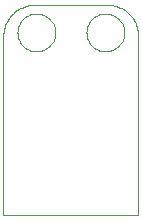
<source format=gbp>
G75*
G70*
%OFA0B0*%
%FSLAX24Y24*%
%IPPOS*%
%LPD*%
%AMOC8*
5,1,8,0,0,1.08239X$1,22.5*
%
%ADD10C,0.0000*%
D10*
X000937Y000574D02*
X000937Y006524D01*
X000939Y006587D01*
X000945Y006651D01*
X000954Y006713D01*
X000968Y006775D01*
X000985Y006836D01*
X001005Y006896D01*
X001030Y006955D01*
X001057Y007012D01*
X001088Y007067D01*
X001123Y007120D01*
X001160Y007172D01*
X001201Y007220D01*
X001245Y007266D01*
X001291Y007310D01*
X001339Y007351D01*
X001391Y007388D01*
X001444Y007423D01*
X001499Y007454D01*
X001556Y007481D01*
X001615Y007506D01*
X001675Y007526D01*
X001736Y007543D01*
X001798Y007557D01*
X001860Y007566D01*
X001924Y007572D01*
X001987Y007574D01*
X004387Y007574D01*
X003707Y006649D02*
X003709Y006699D01*
X003715Y006749D01*
X003725Y006798D01*
X003739Y006846D01*
X003756Y006893D01*
X003777Y006938D01*
X003802Y006982D01*
X003830Y007023D01*
X003862Y007062D01*
X003896Y007099D01*
X003933Y007133D01*
X003973Y007163D01*
X004015Y007190D01*
X004059Y007214D01*
X004105Y007235D01*
X004152Y007251D01*
X004200Y007264D01*
X004250Y007273D01*
X004299Y007278D01*
X004350Y007279D01*
X004400Y007276D01*
X004449Y007269D01*
X004498Y007258D01*
X004546Y007243D01*
X004592Y007225D01*
X004637Y007203D01*
X004680Y007177D01*
X004721Y007148D01*
X004760Y007116D01*
X004796Y007081D01*
X004828Y007043D01*
X004858Y007003D01*
X004885Y006960D01*
X004908Y006916D01*
X004927Y006870D01*
X004943Y006822D01*
X004955Y006773D01*
X004963Y006724D01*
X004967Y006674D01*
X004967Y006624D01*
X004963Y006574D01*
X004955Y006525D01*
X004943Y006476D01*
X004927Y006428D01*
X004908Y006382D01*
X004885Y006338D01*
X004858Y006295D01*
X004828Y006255D01*
X004796Y006217D01*
X004760Y006182D01*
X004721Y006150D01*
X004680Y006121D01*
X004637Y006095D01*
X004592Y006073D01*
X004546Y006055D01*
X004498Y006040D01*
X004449Y006029D01*
X004400Y006022D01*
X004350Y006019D01*
X004299Y006020D01*
X004250Y006025D01*
X004200Y006034D01*
X004152Y006047D01*
X004105Y006063D01*
X004059Y006084D01*
X004015Y006108D01*
X003973Y006135D01*
X003933Y006165D01*
X003896Y006199D01*
X003862Y006236D01*
X003830Y006275D01*
X003802Y006316D01*
X003777Y006360D01*
X003756Y006405D01*
X003739Y006452D01*
X003725Y006500D01*
X003715Y006549D01*
X003709Y006599D01*
X003707Y006649D01*
X004387Y007574D02*
X004450Y007572D01*
X004514Y007566D01*
X004576Y007557D01*
X004638Y007543D01*
X004699Y007526D01*
X004759Y007506D01*
X004818Y007481D01*
X004875Y007454D01*
X004930Y007423D01*
X004983Y007388D01*
X005035Y007351D01*
X005083Y007310D01*
X005129Y007266D01*
X005173Y007220D01*
X005214Y007172D01*
X005251Y007120D01*
X005286Y007067D01*
X005317Y007012D01*
X005344Y006955D01*
X005369Y006896D01*
X005389Y006836D01*
X005406Y006775D01*
X005420Y006713D01*
X005429Y006651D01*
X005435Y006587D01*
X005437Y006524D01*
X005437Y000574D01*
X000937Y000574D01*
X001407Y006649D02*
X001409Y006699D01*
X001415Y006749D01*
X001425Y006798D01*
X001439Y006846D01*
X001456Y006893D01*
X001477Y006938D01*
X001502Y006982D01*
X001530Y007023D01*
X001562Y007062D01*
X001596Y007099D01*
X001633Y007133D01*
X001673Y007163D01*
X001715Y007190D01*
X001759Y007214D01*
X001805Y007235D01*
X001852Y007251D01*
X001900Y007264D01*
X001950Y007273D01*
X001999Y007278D01*
X002050Y007279D01*
X002100Y007276D01*
X002149Y007269D01*
X002198Y007258D01*
X002246Y007243D01*
X002292Y007225D01*
X002337Y007203D01*
X002380Y007177D01*
X002421Y007148D01*
X002460Y007116D01*
X002496Y007081D01*
X002528Y007043D01*
X002558Y007003D01*
X002585Y006960D01*
X002608Y006916D01*
X002627Y006870D01*
X002643Y006822D01*
X002655Y006773D01*
X002663Y006724D01*
X002667Y006674D01*
X002667Y006624D01*
X002663Y006574D01*
X002655Y006525D01*
X002643Y006476D01*
X002627Y006428D01*
X002608Y006382D01*
X002585Y006338D01*
X002558Y006295D01*
X002528Y006255D01*
X002496Y006217D01*
X002460Y006182D01*
X002421Y006150D01*
X002380Y006121D01*
X002337Y006095D01*
X002292Y006073D01*
X002246Y006055D01*
X002198Y006040D01*
X002149Y006029D01*
X002100Y006022D01*
X002050Y006019D01*
X001999Y006020D01*
X001950Y006025D01*
X001900Y006034D01*
X001852Y006047D01*
X001805Y006063D01*
X001759Y006084D01*
X001715Y006108D01*
X001673Y006135D01*
X001633Y006165D01*
X001596Y006199D01*
X001562Y006236D01*
X001530Y006275D01*
X001502Y006316D01*
X001477Y006360D01*
X001456Y006405D01*
X001439Y006452D01*
X001425Y006500D01*
X001415Y006549D01*
X001409Y006599D01*
X001407Y006649D01*
M02*

</source>
